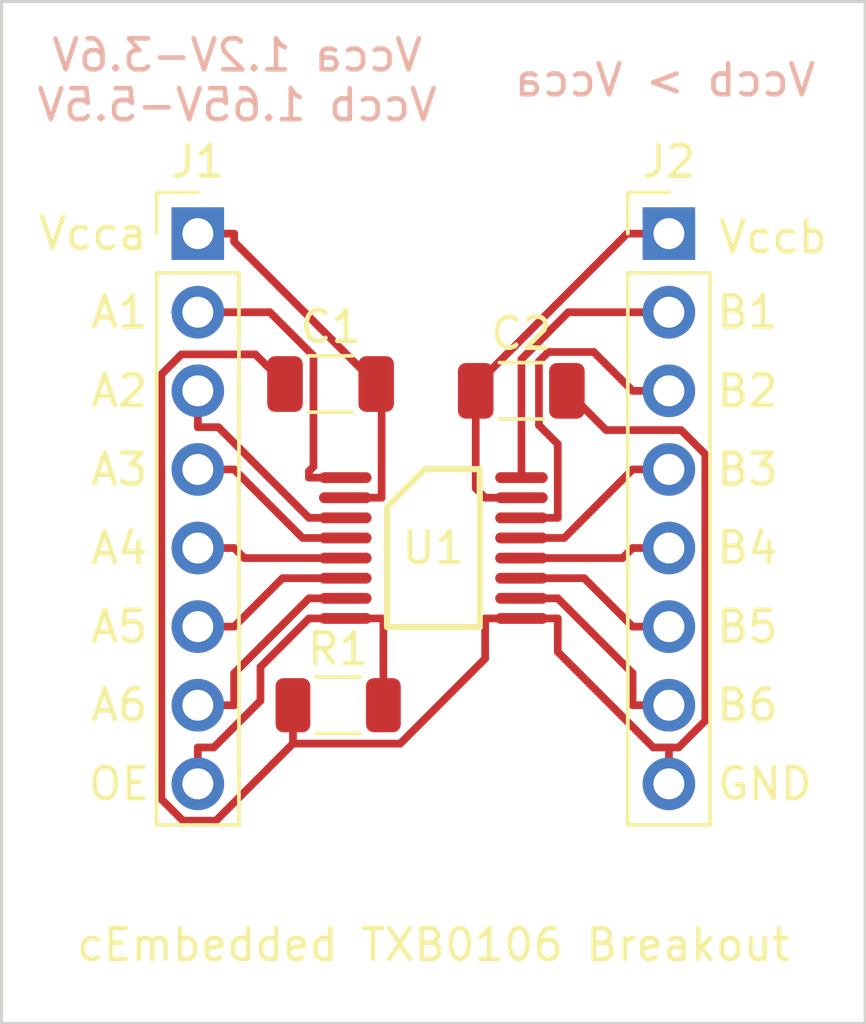
<source format=kicad_pcb>
(kicad_pcb (version 20211014) (generator pcbnew)
  (layers (0 "F.Cu" signal) (31 "B.Cu" signal) (34 "B.Paste" user) (35 "F.Paste" user) (36 "B.SilkS" user "B.Silkscreen") (37 "F.SilkS" user "F.Silkscreen") (38 "B.Mask" user) (39 "F.Mask" user) (44 "Edge.Cuts" user))
  (net 0 "")
  (net 1 "GND")
  (net 2 "Net-(C1-Pad2)")
  (net 3 "Net-(C2-Pad1)")
  (net 4 "Net-(R1-Pad2)")
  (net 5 "Net-(U1-Pad1)")
  (net 6 "Net-(U1-Pad3)")
  (net 7 "Net-(U1-Pad4)")
  (net 8 "Net-(U1-Pad5)")
  (net 9 "Net-(U1-Pad6)")
  (net 10 "Net-(U1-Pad7)")
  (net 11 "Net-(U1-Pad10)")
  (net 12 "Net-(U1-Pad11)")
  (net 13 "Net-(U1-Pad12)")
  (net 14 "Net-(U1-Pad13)")
  (net 15 "Net-(U1-Pad14)")
  (net 16 "Net-(U1-Pad16)")
  (footprint "Capacitor_SMD:C_1206_3216Metric" (layer "F.Cu") (at 146.355 83.7)
    (fp_text reference "C2" (at 0 -1.85) (layer "F.SilkS"))
    (fp_text value "0.1uF")
    (fp_line (start -0.711252 -0.91) (end 0.711252 -0.91) (layer "F.SilkS") (width 0.12))
    (fp_line (start -0.711252 0.91) (end 0.711252 0.91) (layer "F.SilkS") (width 0.12))
    (pad "1" smd roundrect (at -1.475 0) (size 1.15 1.8) (layers "F.Cu" "F.Paste" "F.Mask") (roundrect_rratio 0.217391) (net 3 "Net-(C2-Pad1)"))
    (pad "2" smd roundrect (at 1.475 0) (size 1.15 1.8) (layers "F.Cu" "F.Paste" "F.Mask") (roundrect_rratio 0.217391) (net 1 "GND"))
  )
  (footprint "Connector_PinHeader_2.54mm:PinHeader_1x08_P2.54mm_Vertical" (layer "F.Cu") (at 135.89 78.62)
    (fp_text reference "J1" (at 0 -2.33) (layer "F.SilkS"))
    (fp_text value "Conn_01x08")
    (fp_line (start -1.33 19.11) (end 1.33 19.11) (layer "F.SilkS") (width 0.12))
    (fp_line (start 1.33 1.27) (end 1.33 19.11) (layer "F.SilkS") (width 0.12))
    (fp_line (start -1.33 1.27) (end 1.33 1.27) (layer "F.SilkS") (width 0.12))
    (fp_line (start -1.33 -1.33) (end 0 -1.33) (layer "F.SilkS") (width 0.12))
    (fp_line (start -1.33 1.27) (end -1.33 19.11) (layer "F.SilkS") (width 0.12))
    (fp_line (start -1.33 0) (end -1.33 -1.33) (layer "F.SilkS") (width 0.12))
    (pad "1" thru_hole rect (at 0 0) (size 1.7 1.7) (drill 1) (layers *.Cu *.Mask) (net 2 "Net-(C1-Pad2)"))
    (pad "2" thru_hole oval (at 0 2.54) (size 1.7 1.7) (drill 1) (layers *.Cu *.Mask) (net 5 "Net-(U1-Pad1)"))
    (pad "3" thru_hole oval (at 0 5.08) (size 1.7 1.7) (drill 1) (layers *.Cu *.Mask) (net 6 "Net-(U1-Pad3)"))
    (pad "4" thru_hole oval (at 0 7.62) (size 1.7 1.7) (drill 1) (layers *.Cu *.Mask) (net 7 "Net-(U1-Pad4)"))
    (pad "5" thru_hole oval (at 0 10.16) (size 1.7 1.7) (drill 1) (layers *.Cu *.Mask) (net 8 "Net-(U1-Pad5)"))
    (pad "6" thru_hole oval (at 0 12.7) (size 1.7 1.7) (drill 1) (layers *.Cu *.Mask) (net 9 "Net-(U1-Pad6)"))
    (pad "7" thru_hole oval (at 0 15.24) (size 1.7 1.7) (drill 1) (layers *.Cu *.Mask) (net 10 "Net-(U1-Pad7)"))
    (pad "8" thru_hole oval (at 0 17.78) (size 1.7 1.7) (drill 1) (layers *.Cu *.Mask) (net 4 "Net-(R1-Pad2)"))
  )
  (footprint "Resistor_SMD:R_1206_3216Metric" (layer "F.Cu") (at 140.43 93.86)
    (fp_text reference "R1" (at 0 -1.82) (layer "F.SilkS"))
    (fp_text value "10k")
    (fp_line (start -0.727064 0.91) (end 0.727064 0.91) (layer "F.SilkS") (width 0.12))
    (fp_line (start -0.727064 -0.91) (end 0.727064 -0.91) (layer "F.SilkS") (width 0.12))
    (pad "1" smd roundrect (at -1.4625 0) (size 1.125 1.75) (layers "F.Cu" "F.Paste" "F.Mask") (roundrect_rratio 0.222222) (net 1 "GND"))
    (pad "2" smd roundrect (at 1.4625 0) (size 1.125 1.75) (layers "F.Cu" "F.Paste" "F.Mask") (roundrect_rratio 0.222222) (net 4 "Net-(R1-Pad2)"))
  )
  (footprint "Connector_PinHeader_2.54mm:PinHeader_1x08_P2.54mm_Vertical" (layer "F.Cu") (at 151.13 78.62)
    (fp_text reference "J2" (at 0 -2.33) (layer "F.SilkS"))
    (fp_text value "Conn_01x08")
    (fp_line (start -1.33 1.27) (end -1.33 19.11) (layer "F.SilkS") (width 0.12))
    (fp_line (start -1.33 1.27) (end 1.33 1.27) (layer "F.SilkS") (width 0.12))
    (fp_line (start -1.33 -1.33) (end 0 -1.33) (layer "F.SilkS") (width 0.12))
    (fp_line (start -1.33 0) (end -1.33 -1.33) (layer "F.SilkS") (width 0.12))
    (fp_line (start 1.33 1.27) (end 1.33 19.11) (layer "F.SilkS") (width 0.12))
    (fp_line (start -1.33 19.11) (end 1.33 19.11) (layer "F.SilkS") (width 0.12))
    (pad "1" thru_hole rect (at 0 0) (size 1.7 1.7) (drill 1) (layers *.Cu *.Mask) (net 3 "Net-(C2-Pad1)"))
    (pad "2" thru_hole oval (at 0 2.54) (size 1.7 1.7) (drill 1) (layers *.Cu *.Mask) (net 16 "Net-(U1-Pad16)"))
    (pad "3" thru_hole oval (at 0 5.08) (size 1.7 1.7) (drill 1) (layers *.Cu *.Mask) (net 15 "Net-(U1-Pad14)"))
    (pad "4" thru_hole oval (at 0 7.62) (size 1.7 1.7) (drill 1) (layers *.Cu *.Mask) (net 14 "Net-(U1-Pad13)"))
    (pad "5" thru_hole oval (at 0 10.16) (size 1.7 1.7) (drill 1) (layers *.Cu *.Mask) (net 13 "Net-(U1-Pad12)"))
    (pad "6" thru_hole oval (at 0 12.7) (size 1.7 1.7) (drill 1) (layers *.Cu *.Mask) (net 12 "Net-(U1-Pad11)"))
    (pad "7" thru_hole oval (at 0 15.24) (size 1.7 1.7) (drill 1) (layers *.Cu *.Mask) (net 11 "Net-(U1-Pad10)"))
    (pad "8" thru_hole oval (at 0 17.78) (size 1.7 1.7) (drill 1) (layers *.Cu *.Mask) (net 1 "GND"))
  )
  (footprint "Capacitor_SMD:C_1206_3216Metric" (layer "F.Cu") (at 140.185 83.48)
    (fp_text reference "C1" (at 0 -1.85) (layer "F.SilkS"))
    (fp_text value "0.1uF")
    (fp_line (start -0.711252 -0.91) (end 0.711252 -0.91) (layer "F.SilkS") (width 0.12))
    (fp_line (start -0.711252 0.91) (end 0.711252 0.91) (layer "F.SilkS") (width 0.12))
    (pad "1" smd roundrect (at -1.475 0) (size 1.15 1.8) (layers "F.Cu" "F.Paste" "F.Mask") (roundrect_rratio 0.217391) (net 1 "GND"))
    (pad "2" smd roundrect (at 1.475 0) (size 1.15 1.8) (layers "F.Cu" "F.Paste" "F.Mask") (roundrect_rratio 0.217391) (net 2 "Net-(C1-Pad2)"))
  )
  (footprint "TXB0106:PW0016A_N" (layer "F.Cu") (at 143.51 88.78)
    (fp_text reference "U1" (at 0 0 unlocked) (layer "F.SilkS"))
    (fp_text value "TXB0106PWR")
    (fp_line (start -1.5 2.549997) (end 1.5 2.549997) (layer "F.SilkS") (width 0.2))
    (fp_line (start -0.274998 -2.550003) (end 1.5 -2.550003) (layer "F.SilkS") (width 0.2))
    (fp_line (start -1.5 -1.325001) (end -0.274998 -2.550003) (layer "F.SilkS") (width 0.2))
    (fp_line (start 1.5 2.549997) (end 1.5 -2.550003) (layer "F.SilkS") (width 0.2))
    (fp_line (start -1.5 2.549997) (end -1.5 -1.325001) (layer "F.SilkS") (width 0.2))
    (pad "1" smd oval (at -2.849999 -2.275002 90) (size 0.349999 1.699999) (layers "F.Cu" "F.Paste" "F.Mask") (net 5 "Net-(U1-Pad1)"))
    (pad "2" smd oval (at -2.849999 -1.625001 90) (size 0.349999 1.699999) (layers "F.Cu" "F.Paste" "F.Mask") (net 2 "Net-(C1-Pad2)"))
    (pad "3" smd oval (at -2.849999 -0.975002 90) (size 0.349999 1.699999) (layers "F.Cu" "F.Paste" "F.Mask") (net 6 "Net-(U1-Pad3)"))
    (pad "4" smd oval (at -2.849999 -0.325001 90) (size 0.349999 1.699999) (layers "F.Cu" "F.Paste" "F.Mask") (net 7 "Net-(U1-Pad4)"))
    (pad "5" smd oval (at -2.849999 0.324998 90) (size 0.349999 1.699999) (layers "F.Cu" "F.Paste" "F.Mask") (net 8 "Net-(U1-Pad5)"))
    (pad "6" smd oval (at -2.849999 0.974999 90) (size 0.349999 1.699999) (layers "F.Cu" "F.Paste" "F.Mask") (net 9 "Net-(U1-Pad6)"))
    (pad "7" smd oval (at -2.849999 1.624998 90) (size 0.349999 1.699999) (layers "F.Cu" "F.Paste" "F.Mask") (net 10 "Net-(U1-Pad7)"))
    (pad "8" smd oval (at -2.849999 2.274999 90) (size 0.349999 1.699999) (layers "F.Cu" "F.Paste" "F.Mask") (net 4 "Net-(R1-Pad2)"))
    (pad "9" smd oval (at 2.849999 2.274999 90) (size 0.349999 1.699999) (layers "F.Cu" "F.Paste" "F.Mask") (net 1 "GND"))
    (pad "10" smd oval (at 2.849999 1.624998 90) (size 0.349999 1.699999) (layers "F.Cu" "F.Paste" "F.Mask") (net 11 "Net-(U1-Pad10)"))
    (pad "11" smd oval (at 2.849999 0.974999 90) (size 0.349999 1.699999) (layers "F.Cu" "F.Paste" "F.Mask") (net 12 "Net-(U1-Pad11)"))
    (pad "12" smd oval (at 2.849999 0.324998 90) (size 0.349999 1.699999) (layers "F.Cu" "F.Paste" "F.Mask") (net 13 "Net-(U1-Pad12)"))
    (pad "13" smd oval (at 2.849999 -0.325001 90) (size 0.349999 1.699999) (layers "F.Cu" "F.Paste" "F.Mask") (net 14 "Net-(U1-Pad13)"))
    (pad "14" smd oval (at 2.849999 -0.975002 90) (size 0.349999 1.699999) (layers "F.Cu" "F.Paste" "F.Mask") (net 15 "Net-(U1-Pad14)"))
    (pad "15" smd oval (at 2.849999 -1.625001 90) (size 0.349999 1.699999) (layers "F.Cu" "F.Paste" "F.Mask") (net 3 "Net-(C2-Pad1)"))
    (pad "16" smd oval (at 2.849999 -2.275002 90) (size 0.349999 1.699999) (layers "F.Cu" "F.Paste" "F.Mask") (net 16 "Net-(U1-Pad16)"))
  )
  (gr_line (start 157.48 104.14) (end 129.54 104.14) (layer "Edge.Cuts") (width 0.1))
  (gr_line (start 157.48 71.12) (end 157.48 104.14) (layer "Edge.Cuts") (width 0.1))
  (gr_line (start 129.54 104.14) (end 129.54 71.12) (layer "Edge.Cuts") (width 0.1))
  (gr_line (start 129.54 71.12) (end 157.48 71.12) (layer "Edge.Cuts") (width 0.1))
  (gr_text "Vcca 1.2V-3.6V\nVccb 1.65V-5.5V" (at 137.16 73.66) (layer "B.SilkS") (effects (font (size 1 1)) (justify mirror)))
  (gr_text "Vccb > Vcca" (at 151 73.66) (layer "B.SilkS") (effects (font (size 1 1)) (justify mirror)))
  (gr_text "Vccb" (at 154.5 78.74) (layer "F.SilkS") (effects (font (size 1 1))))
  (gr_text "A6" (at 133.35 93.86) (layer "F.SilkS") (effects (font (size 1 1))))
  (gr_text "A4" (at 133.35 88.78) (layer "F.SilkS") (effects (font (size 1 1))))
  (gr_text "OE" (at 133.35 96.4) (layer "F.SilkS") (effects (font (size 1 1))))
  (gr_text "cEmbedded TXB0106 Breakout" (at 143.51 101.6) (layer "F.SilkS") (effects (font (size 1 1))))
  (gr_text "GND" (at 154.23 96.4) (layer "F.SilkS") (effects (font (size 1 1))))
  (gr_text "B4" (at 153.67 88.78) (layer "F.SilkS") (effects (font (size 1 1))))
  (gr_text "A5" (at 133.35 91.32) (layer "F.SilkS") (effects (font (size 1 1))))
  (gr_text "B6" (at 153.67 93.86) (layer "F.SilkS") (effects (font (size 1 1))))
  (gr_text "B3" (at 153.67 86.24) (layer "F.SilkS") (effects (font (size 1 1))))
  (gr_text "Vcca" (at 132.5 78.62) (layer "F.SilkS") (effects (font (size 1 1))))
  (gr_text "B1" (at 153.67 81.16) (layer "F.SilkS") (effects (font (size 1 1))))
  (gr_text "A2" (at 133.35 83.7) (layer "F.SilkS") (effects (font (size 1 1))))
  (gr_text "B2" (at 153.67 83.7) (layer "F.SilkS") (effects (font (size 1 1))))
  (gr_text "A1" (at 133.35 81.16) (layer "F.SilkS") (effects (font (size 1 1))))
  (gr_text "B5" (at 153.67 91.32) (layer "F.SilkS") (effects (font (size 1 1))))
  (gr_text "A3" (at 133.35 86.24) (layer "F.SilkS") (effects (font (size 1 1))))
  (segment (start 151.4433 95.2249) (end 151.13 95.2249) (width 0.25) (layer "F.Cu") (net 1))
  (segment (start 136.4761 97.5917) (end 138.9675 95.1003) (width 0.25) (layer "F.Cu") (net 1))
  (segment (start 152.3076 85.7518) (end 152.3076 94.3606) (width 0.25) (layer "F.Cu") (net 1))
  (segment (start 146.36 91.055) (end 147.5351 91.055) (width 0.25) (layer "F.Cu") (net 1))
  (segment (start 138.71 83.48) (end 137.752 82.522) (width 0.25) (layer "F.Cu") (net 1))
  (segment (start 147.5351 92.1346) (end 147.5351 91.055) (width 0.25) (layer "F.Cu") (net 1))
  (segment (start 142.4373 95.1003) (end 145.1849 92.3527) (width 0.25) (layer "F.Cu") (net 1))
  (segment (start 137.752 82.522) (end 135.3591 82.522) (width 0.25) (layer "F.Cu") (net 1))
  (segment (start 134.7118 96.8972) (end 135.4063 97.5917) (width 0.25) (layer "F.Cu") (net 1))
  (segment (start 135.3591 82.522) (end 134.7118 83.1693) (width 0.25) (layer "F.Cu") (net 1))
  (segment (start 134.7118 83.1693) (end 134.7118 96.8972) (width 0.25) (layer "F.Cu") (net 1))
  (segment (start 149.1 84.97) (end 151.5258 84.97) (width 0.25) (layer "F.Cu") (net 1))
  (segment (start 138.9675 95.1003) (end 142.4373 95.1003) (width 0.25) (layer "F.Cu") (net 1))
  (segment (start 151.13 96.4) (end 151.13 95.2249) (width 0.25) (layer "F.Cu") (net 1))
  (segment (start 147.83 83.7) (end 149.1 84.97) (width 0.25) (layer "F.Cu") (net 1))
  (segment (start 146.36 91.055) (end 145.1849 91.055) (width 0.25) (layer "F.Cu") (net 1))
  (segment (start 152.3076 94.3606) (end 151.4433 95.2249) (width 0.25) (layer "F.Cu") (net 1))
  (segment (start 135.4063 97.5917) (end 136.4761 97.5917) (width 0.25) (layer "F.Cu") (net 1))
  (segment (start 151.13 95.2249) (end 150.6254 95.2249) (width 0.25) (layer "F.Cu") (net 1))
  (segment (start 145.1849 92.3527) (end 145.1849 91.055) (width 0.25) (layer "F.Cu") (net 1))
  (segment (start 151.5258 84.97) (end 152.3076 85.7518) (width 0.25) (layer "F.Cu") (net 1))
  (segment (start 150.6254 95.2249) (end 147.5351 92.1346) (width 0.25) (layer "F.Cu") (net 1))
  (segment (start 138.9675 95.1003) (end 138.9675 93.86) (width 0.25) (layer "F.Cu") (net 1))
  (segment (start 141.8351 87.155) (end 141.8351 83.6551) (width 0.25) (layer "F.Cu") (net 2))
  (segment (start 135.89 78.62) (end 137.0651 78.62) (width 0.25) (layer "F.Cu") (net 2))
  (segment (start 140.66 87.155) (end 141.8351 87.155) (width 0.25) (layer "F.Cu") (net 2))
  (segment (start 141.66 83.48) (end 137.0651 78.8851) (width 0.25) (layer "F.Cu") (net 2))
  (segment (start 141.8351 83.6551) (end 141.66 83.48) (width 0.25) (layer "F.Cu") (net 2))
  (segment (start 137.0651 78.8851) (end 137.0651 78.62) (width 0.25) (layer "F.Cu") (net 2))
  (segment (start 144.88 83.7) (end 144.88 86.8501) (width 0.25) (layer "F.Cu") (net 3))
  (segment (start 149.9549 78.62) (end 149.7787 78.62) (width 0.25) (layer "F.Cu") (net 3))
  (segment (start 146.36 87.155) (end 145.1849 87.155) (width 0.25) (layer "F.Cu") (net 3))
  (segment (start 149.7787 78.62) (end 144.88 83.5187) (width 0.25) (layer "F.Cu") (net 3))
  (segment (start 144.88 83.5187) (end 144.88 83.7) (width 0.25) (layer "F.Cu") (net 3))
  (segment (start 144.88 86.8501) (end 145.1849 87.155) (width 0.25) (layer "F.Cu") (net 3))
  (segment (start 151.13 78.62) (end 149.9549 78.62) (width 0.25) (layer "F.Cu") (net 3))
  (segment (start 137.917 92.6229) (end 139.4849 91.055) (width 0.25) (layer "F.Cu") (net 4))
  (segment (start 140.66 91.055) (end 139.4849 91.055) (width 0.25) (layer "F.Cu") (net 4))
  (segment (start 140.66 91.055) (end 141.8351 91.055) (width 0.25) (layer "F.Cu") (net 4))
  (segment (start 141.8925 91.1124) (end 141.8351 91.055) (width 0.25) (layer "F.Cu") (net 4))
  (segment (start 141.8925 93.86) (end 141.8925 91.1124) (width 0.25) (layer "F.Cu") (net 4))
  (segment (start 135.89 95.2249) (end 136.4041 95.2249) (width 0.25) (layer "F.Cu") (net 4))
  (segment (start 135.89 96.4) (end 135.89 95.2249) (width 0.25) (layer "F.Cu") (net 4))
  (segment (start 137.917 93.712) (end 137.917 92.6229) (width 0.25) (layer "F.Cu") (net 4))
  (segment (start 136.4041 95.2249) (end 137.917 93.712) (width 0.25) (layer "F.Cu") (net 4))
  (segment (start 140.66 86.505) (end 139.4849 86.505) (width 0.25) (layer "F.Cu") (net 5))
  (segment (start 139.6313 82.5689) (end 139.6313 86.1514) (width 0.25) (layer "F.Cu") (net 5))
  (segment (start 138.2224 81.16) (end 139.6313 82.5689) (width 0.25) (layer "F.Cu") (net 5))
  (segment (start 135.89 81.16) (end 138.2224 81.16) (width 0.25) (layer "F.Cu") (net 5))
  (segment (start 139.4849 86.2978) (end 139.4849 86.505) (width 0.25) (layer "F.Cu") (net 5))
  (segment (start 139.6313 86.1514) (end 139.4849 86.2978) (width 0.25) (layer "F.Cu") (net 5))
  (segment (start 135.89 84.8751) (end 136.555 84.8751) (width 0.25) (layer "F.Cu") (net 6))
  (segment (start 136.555 84.8751) (end 139.4849 87.805) (width 0.25) (layer "F.Cu") (net 6))
  (segment (start 140.66 87.805) (end 139.4849 87.805) (width 0.25) (layer "F.Cu") (net 6))
  (segment (start 135.89 83.7) (end 135.89 84.8751) (width 0.25) (layer "F.Cu") (net 6))
  (segment (start 137.0651 86.24) (end 139.2801 88.455) (width 0.25) (layer "F.Cu") (net 7))
  (segment (start 139.2801 88.455) (end 140.66 88.455) (width 0.25) (layer "F.Cu") (net 7))
  (segment (start 135.89 86.24) (end 137.0651 86.24) (width 0.25) (layer "F.Cu") (net 7))
  (segment (start 137.3901 89.105) (end 140.66 89.105) (width 0.25) (layer "F.Cu") (net 8))
  (segment (start 137.0651 88.78) (end 137.3901 89.105) (width 0.25) (layer "F.Cu") (net 8))
  (segment (start 135.89 88.78) (end 137.0651 88.78) (width 0.25) (layer "F.Cu") (net 8))
  (segment (start 138.6301 89.755) (end 140.66 89.755) (width 0.25) (layer "F.Cu") (net 9))
  (segment (start 135.89 91.32) (end 137.0651 91.32) (width 0.25) (layer "F.Cu") (net 9))
  (segment (start 137.0651 91.32) (end 138.6301 89.755) (width 0.25) (layer "F.Cu") (net 9))
  (segment (start 140.66 90.405) (end 139.4849 90.405) (width 0.25) (layer "F.Cu") (net 10))
  (segment (start 137.0651 93.86) (end 137.0651 92.8248) (width 0.25) (layer "F.Cu") (net 10))
  (segment (start 137.0651 92.8248) (end 139.4849 90.405) (width 0.25) (layer "F.Cu") (net 10))
  (segment (start 135.89 93.86) (end 137.0651 93.86) (width 0.25) (layer "F.Cu") (net 10))
  (segment (start 146.36 90.405) (end 147.5351 90.405) (width 0.25) (layer "F.Cu") (net 11))
  (segment (start 149.9549 93.86) (end 149.9549 92.8248) (width 0.25) (layer "F.Cu") (net 11))
  (segment (start 149.9549 92.8248) (end 147.5351 90.405) (width 0.25) (layer "F.Cu") (net 11))
  (segment (start 151.13 93.86) (end 149.9549 93.86) (width 0.25) (layer "F.Cu") (net 11))
  (segment (start 148.3899 89.755) (end 146.36 89.755) (width 0.25) (layer "F.Cu") (net 12))
  (segment (start 149.9549 91.32) (end 148.3899 89.755) (width 0.25) (layer "F.Cu") (net 12))
  (segment (start 151.13 91.32) (end 149.9549 91.32) (width 0.25) (layer "F.Cu") (net 12))
  (segment (start 149.9549 88.78) (end 149.6299 89.105) (width 0.25) (layer "F.Cu") (net 13))
  (segment (start 151.13 88.78) (end 149.9549 88.78) (width 0.25) (layer "F.Cu") (net 13))
  (segment (start 149.6299 89.105) (end 146.36 89.105) (width 0.25) (layer "F.Cu") (net 13))
  (segment (start 151.13 86.24) (end 149.9549 86.24) (width 0.25) (layer "F.Cu") (net 14))
  (segment (start 147.7399 88.455) (end 146.36 88.455) (width 0.25) (layer "F.Cu") (net 14))
  (segment (start 149.9549 86.24) (end 147.7399 88.455) (width 0.25) (layer "F.Cu") (net 14))
  (segment (start 148.7004 82.4455) (end 147.2265 82.4455) (width 0.25) (layer "F.Cu") (net 15))
  (segment (start 146.36 87.805) (end 147.5351 87.805) (width 0.25) (layer "F.Cu") (net 15))
  (segment (start 146.9256 84.8106) (end 147.5351 85.4201) (width 0.25) (layer "F.Cu") (net 15))
  (segment (start 146.9256 82.7464) (end 146.9256 84.8106) (width 0.25) (layer "F.Cu") (net 15))
  (segment (start 147.2265 82.4455) (end 146.9256 82.7464) (width 0.25) (layer "F.Cu") (net 15))
  (segment (start 149.9549 83.7) (end 148.7004 82.4455) (width 0.25) (layer "F.Cu") (net 15))
  (segment (start 151.13 83.7) (end 149.9549 83.7) (width 0.25) (layer "F.Cu") (net 15))
  (segment (start 147.5351 85.4201) (end 147.5351 87.805) (width 0.25) (layer "F.Cu") (net 15))
  (segment (start 147.8753 81.16) (end 146.36 82.6753) (width 0.25) (layer "F.Cu") (net 16))
  (segment (start 146.36 82.6753) (end 146.36 86.505) (width 0.25) (layer "F.Cu") (net 16))
  (segment (start 151.13 81.16) (end 147.8753 81.16) (width 0.25) (layer "F.Cu") (net 16))
)
</source>
